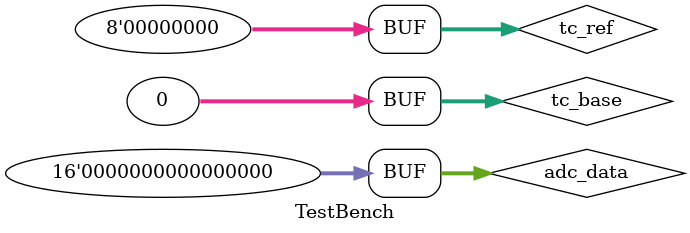
<source format=v>
`timescale 1ns / 1ps


module TestBench;

	// Inputs
	reg [31:0] tc_base;
	reg [7:0] tc_ref;
	reg [15:0] adc_data;

	// Outputs
	wire [15:0] multi_8x8;
	wire [31:0] multi_16x16;
	wire [31:0] tempc;

	// Instantiate the Unit Under Test (UUT)
	TemperatureCalculator uut (
		.tc_base(tc_base), 
		.tc_ref(tc_ref), 
		.adc_data(adc_data), 
		.multi_8x8(multi_8x8), 
		.multi_16x16(multi_16x16), 
		.tempc(tempc)
	);

	initial begin
		// Initialize Inputs
		tc_base = 0;
		tc_ref = 0;
		adc_data = 0;

		// Wait 100 ns for global reset to finish
		#100;
        
		// Add stimulus here

	end
      
endmodule


</source>
